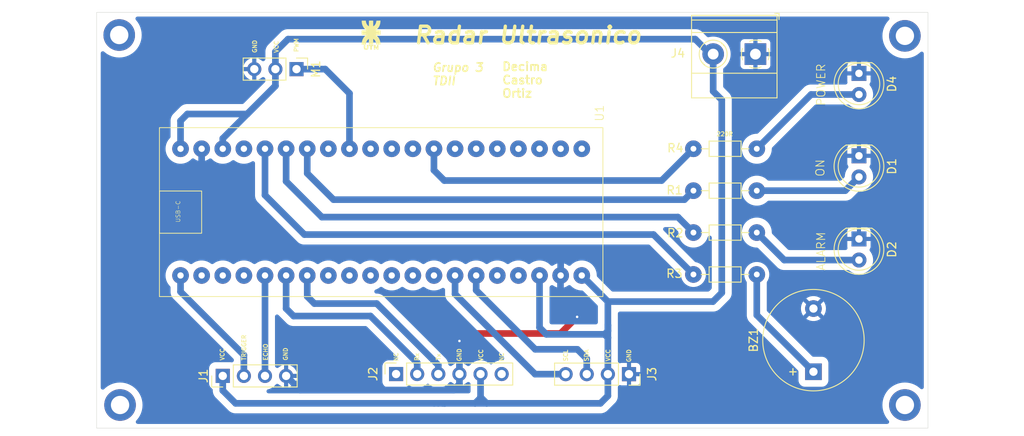
<source format=kicad_pcb>
(kicad_pcb (version 20240108) (generator "pcbnew") (generator_version "8.0")
  (title_block (title "Radar Ultrasonico") (date "2025-02-25") (rev "V1.0") (company "Decima Enrique Emanuel, Castro Oscar Martin, Ortiz Nicolas Agustin"))
  (layers (0 "F.Cu" signal) (31 "B.Cu" signal) (34 "B.Paste" user) (35 "F.Paste" user) (36 "B.SilkS" user "B.Silkscreen") (37 "F.SilkS" user "F.Silkscreen") (38 "B.Mask" user) (39 "F.Mask" user) (44 "Edge.Cuts" user))
  (net 0 "")
  (net 1 "GND")
  (net 2 "Net-(D1-A)")
  (net 3 "Net-(D2-A)")
  (net 4 "Net-(D4-A)")
  (net 5 "+5V")
  (net 6 "/Trigger")
  (net 7 "/Echo")
  (net 9 "/Rx")
  (net 10 "/Tx")
  (net 12 "/SCL")
  (net 13 "/SDA")
  (net 14 "/PWM")
  (net 15 "/LED_ON")
  (net 16 "/LED_ALARM")
  (net 17 "/LED_PWR")
  (net 41 "Net-(BZ1-+)")
  (net 42 "/BUZZER")
  (footprint "Connector_PinSocket_2.54mm:PinSocket_1x04_P2.54mm_Vertical" (layer "F.Cu") (at 111.74 79.888332 -90)
    (property "Reference" "J3" (at 0 -2.77 90) (layer "F.SilkS"))
    (property "Value" "LCD I2C")
    (fp_line (start -1.33 8.95) (end 1.33 8.95) (stroke (width 0.12)) (layer "F.SilkS"))
    (fp_line (start -1.33 1.27) (end -1.33 8.95) (stroke (width 0.12)) (layer "F.SilkS"))
    (fp_line (start -1.33 1.27) (end 1.33 1.27) (stroke (width 0.12)) (layer "F.SilkS"))
    (fp_line (start 1.33 1.27) (end 1.33 8.95) (stroke (width 0.12)) (layer "F.SilkS"))
    (fp_line (start 0 -1.33) (end 1.33 -1.33) (stroke (width 0.12)) (layer "F.SilkS"))
    (fp_line (start 1.33 -1.33) (end 1.33 0) (stroke (width 0.12)) (layer "F.SilkS"))
    (pad "1" thru_hole rect (at 0 0 270) (size 1.7 1.7) (drill 1) (layers "*.Cu" "*.Mask") (net 1 "GND"))
    (pad "2" thru_hole oval (at 0 2.54 270) (size 1.7 1.7) (drill 1) (layers "*.Cu" "*.Mask") (net 5 "+5V"))
    (pad "3" thru_hole oval (at 0 5.08 270) (size 1.7 1.7) (drill 1) (layers "*.Cu" "*.Mask") (net 13 "/SDA"))
    (pad "4" thru_hole oval (at 0 7.62 270) (size 1.7 1.7) (drill 1) (layers "*.Cu" "*.Mask") (net 12 "/SCL"))
  )
  (footprint "Resistor_THT:R_Axial_DIN0204_L3.6mm_D1.6mm_P7.62mm_Horizontal" (layer "F.Cu") (at 127.11 62.86 180)
    (property "Reference" "R2" (at 9.81 -0.06 0) (layer "F.SilkS"))
    (property "Value" "220")
    (fp_line (start 6.68 0) (end 5.73 0) (stroke (width 0.12)) (layer "F.SilkS"))
    (fp_line (start 5.73 0.92) (end 5.73 -0.92) (stroke (width 0.12)) (layer "F.SilkS"))
    (fp_line (start 5.73 -0.92) (end 1.89 -0.92) (stroke (width 0.12)) (layer "F.SilkS"))
    (fp_line (start 1.89 0.92) (end 5.73 0.92) (stroke (width 0.12)) (layer "F.SilkS"))
    (fp_line (start 1.89 -0.92) (end 1.89 0.92) (stroke (width 0.12)) (layer "F.SilkS"))
    (fp_line (start 0.94 0) (end 1.89 0) (stroke (width 0.12)) (layer "F.SilkS"))
    (pad "1" thru_hole circle (at 0 0 180) (size 2 2) (drill 0.7) (layers "*.Cu" "*.Mask") (net 3 "Net-(D2-A)"))
    (pad "2" thru_hole oval (at 7.62 0 180) (size 2 2) (drill 0.7) (layers "*.Cu" "*.Mask") (net 16 "/LED_ALARM"))
  )
  (footprint "Connector_PinHeader_2.54mm:PinHeader_1x03_P2.54mm_Vertical" (layer "F.Cu") (at 71.75 43.2 -90)
    (property "Reference" "M1" (at 0 -2.33 90) (layer "F.SilkS"))
    (property "Value" "Motor_Servo")
    (fp_line (start -1.33 6.41) (end 1.33 6.41) (stroke (width 0.12)) (layer "F.SilkS"))
    (fp_line (start -1.33 1.27) (end -1.33 6.41) (stroke (width 0.12)) (layer "F.SilkS"))
    (fp_line (start -1.33 1.27) (end 1.33 1.27) (stroke (width 0.12)) (layer "F.SilkS"))
    (fp_line (start 1.33 1.27) (end 1.33 6.41) (stroke (width 0.12)) (layer "F.SilkS"))
    (fp_line (start -1.33 0) (end -1.33 -1.33) (stroke (width 0.12)) (layer "F.SilkS"))
    (fp_line (start -1.33 -1.33) (end 0 -1.33) (stroke (width 0.12)) (layer "F.SilkS"))
    (pad "1" thru_hole rect (at 0 0 270) (size 1.7 1.7) (drill 1) (layers "*.Cu" "*.Mask") (net 14 "/PWM"))
    (pad "2" thru_hole oval (at 0 2.54 270) (size 1.7 1.7) (drill 1) (layers "*.Cu" "*.Mask") (net 5 "+5V"))
    (pad "3" thru_hole oval (at 0 5.08 270) (size 1.7 1.7) (drill 1) (layers "*.Cu" "*.Mask") (net 1 "GND"))
  )
  (footprint "STM32:STM32BlackPill" (layer "F.Cu") (at 83.2 60.4 90)
    (property "Reference" "U1" (at 11.9 25 90) (layer "F.SilkS") (effects (font (thickness 0.1))))
    (property "Value" "~")
    (fp_rect (start -2.54 -27.94) (end 2.54 -22.86) (stroke (width 0.1)) (fill none) (layer "F.SilkS"))
    (fp_rect (start -10.16 -27.94) (end 10.16 25.4) (stroke (width 0.1)) (fill none) (layer "F.SilkS"))
    (fp_text user "USB-C" (at -1.27 -25.4 90) (layer "F.SilkS") (effects (font (size 0.5 0.5) (thickness 0.05)) (justify left bottom)))
    (pad "1" thru_hole circle (at -7.62 -25.4 90) (size 2 2) (drill 0.762) (layers "*.Cu" "*.Mask") (net 6 "/Trigger"))
    (pad "2" thru_hole circle (at -7.62 -22.86 90) (size 2 2) (drill 0.762) (layers "*.Cu" "*.Mask"))
    (pad "3" thru_hole circle (at -7.62 -20.32 90) (size 2 2) (drill 0.762) (layers "*.Cu" "*.Mask"))
    (pad "4" thru_hole circle (at -7.62 -17.78 90) (size 2 2) (drill 0.762) (layers "*.Cu" "*.Mask"))
    (pad "5" thru_hole circle (at -7.62 -15.24 90) (size 2 2) (drill 0.762) (layers "*.Cu" "*.Mask") (net 7 "/Echo"))
    (pad "6" thru_hole circle (at -7.62 -12.7 90) (size 2 2) (drill 0.762) (layers "*.Cu" "*.Mask") (net 10 "/Tx"))
    (pad "7" thru_hole circle (at -7.62 -10.16 90) (size 2 2) (drill 0.762) (layers "*.Cu" "*.Mask") (net 9 "/Rx"))
    (pad "8" thru_hole circle (at -7.62 -7.62 90) (size 2 2) (drill 0.762) (layers "*.Cu" "*.Mask"))
    (pad "9" thru_hole circle (at -7.62 -5.08 90) (size 2 2) (drill 0.762) (layers "*.Cu" "*.Mask"))
    (pad "10" thru_hole circle (at -7.62 -2.54 90) (size 2 2) (drill 0.762) (layers "*.Cu" "*.Mask"))
    (pad "11" thru_hole circle (at -7.62 0 90) (size 2 2) (drill 0.762) (layers "*.Cu" "*.Mask"))
    (pad "12" thru_hole circle (at -7.62 2.54 90) (size 2 2) (drill 0.762) (layers "*.Cu" "*.Mask"))
    (pad "13" thru_hole circle (at -7.62 5.08 90) (size 2 2) (drill 0.762) (layers "*.Cu" "*.Mask"))
    (pad "14" thru_hole circle (at -7.62 7.62 90) (size 2 2) (drill 0.762) (layers "*.Cu" "*.Mask") (net 12 "/SCL"))
    (pad "15" thru_hole circle (at -7.62 10.16 90) (size 2 2) (drill 0.762) (layers "*.Cu" "*.Mask") (net 13 "/SDA"))
    (pad "16" thru_hole circle (at -7.62 12.7 90) (size 2 2) (drill 0.762) (layers "*.Cu" "*.Mask"))
    (pad "17" thru_hole circle (at -7.62 15.24 90) (size 2 2) (drill 0.762) (layers "*.Cu" "*.Mask"))
    (pad "18" thru_hole circle (at -7.62 17.78 90) (size 2 2) (drill 0.762) (layers "*.Cu" "*.Mask") (net 5 "+5V"))
    (pad "19" thru_hole circle (at -7.62 20.32 90) (size 2 2) (drill 0.762) (layers "*.Cu" "*.Mask") (net 1 "GND"))
    (pad "20" thru_hole circle (at -7.62 22.86 90) (size 2 2) (drill 0.762) (layers "*.Cu" "*.Mask") (net 5 "+5V"))
    (pad "21" thru_hole circle (at 7.62 22.86 90) (size 2 2) (drill 0.762) (layers "*.Cu" "*.Mask"))
    (pad "22" thru_hole circle (at 7.62 20.32 90) (size 2 2) (drill 0.762) (layers "*.Cu" "*.Mask"))
    (pad "23" thru_hole circle (at 7.62 17.78 90) (size 2 2) (drill 0.762) (layers "*.Cu" "*.Mask"))
    (pad "24" thru_hole circle (at 7.62 15.24 90) (size 2 2) (drill 0.762) (layers "*.Cu" "*.Mask"))
    (pad "25" thru_hole circle (at 7.62 12.7 90) (size 2 2) (drill 0.762) (layers "*.Cu" "*.Mask"))
    (pad "26" thru_hole circle (at 7.62 10.16 90) (size 2 2) (drill 0.762) (layers "*.Cu" "*.Mask"))
    (pad "27" thru_hole circle (at 7.62 7.62 90) (size 2 2) (drill 0.762) (layers "*.Cu" "*.Mask"))
    (pad "28" thru_hole circle (at 7.62 5.08 90) (size 2 2) (drill 0.762) (layers "*.Cu" "*.Mask") (net 17 "/LED_PWR"))
    (pad "29" thru_hole circle (at 7.62 2.54 90) (size 2 2) (drill 0.762) (layers "*.Cu" "*.Mask"))
    (pad "30" thru_hole circle (at 7.62 0 90) (size 2 2) (drill 0.762) (layers "*.Cu" "*.Mask"))
    (pad "31" thru_hole circle (at 7.62 -2.54 90) (size 2 2) (drill 0.762) (layers "*.Cu" "*.Mask"))
    (pad "32" thru_hole circle (at 7.62 -5.08 90) (size 2 2) (drill 0.762) (layers "*.Cu" "*.Mask") (net 14 "/PWM"))
    (pad "33" thru_hole circle (at 7.62 -7.62 90) (size 2 2) (drill 0.762) (layers "*.Cu" "*.Mask"))
    (pad "34" thru_hole circle (at 7.62 -10.16 90) (size 2 2) (drill 0.762) (layers "*.Cu" "*.Mask") (net 15 "/LED_ON"))
    (pad "35" thru_hole circle (at 7.62 -12.7 90) (size 2 2) (drill 0.762) (layers "*.Cu" "*.Mask") (net 16 "/LED_ALARM"))
    (pad "36" thru_hole circle (at 7.62 -15.24 90) (size 2 2) (drill 0.762) (layers "*.Cu" "*.Mask") (net 42 "/BUZZER"))
    (pad "37" thru_hole circle (at 7.62 -17.78 90) (size 2 2) (drill 0.762) (layers "*.Cu" "*.Mask"))
    (pad "38" thru_hole circle (at 7.62 -20.32 90) (size 2 2) (drill 0.762) (layers "*.Cu" "*.Mask") (net 5 "+5V"))
    (pad "39" thru_hole circle (at 7.62 -22.86 90) (size 2 2) (drill 0.762) (layers "*.Cu" "*.Mask") (net 1 "GND"))
    (pad "40" thru_hole circle (at 7.62 -25.4 90) (size 2 2) (drill 0.762) (layers "*.Cu" "*.Mask") (net 5 "+5V"))
  )
  (footprint "Resistor_THT:R_Axial_DIN0204_L3.6mm_D1.6mm_P7.62mm_Horizontal" (layer "F.Cu") (at 127.11 52.78 180)
    (property "Reference" "R4" (at 9.795 0.08 0) (layer "F.SilkS"))
    (property "Value" "220")
    (fp_line (start 6.68 0) (end 5.73 0) (stroke (width 0.12)) (layer "F.SilkS"))
    (fp_line (start 5.73 0.92) (end 5.73 -0.92) (stroke (width 0.12)) (layer "F.SilkS"))
    (fp_line (start 5.73 -0.92) (end 1.89 -0.92) (stroke (width 0.12)) (layer "F.SilkS"))
    (fp_line (start 1.89 0.92) (end 5.73 0.92) (stroke (width 0.12)) (layer "F.SilkS"))
    (fp_line (start 1.89 -0.92) (end 1.89 0.92) (stroke (width 0.12)) (layer "F.SilkS"))
    (fp_line (start 0.94 0) (end 1.89 0) (stroke (width 0.12)) (layer "F.SilkS"))
    (pad "1" thru_hole circle (at 0 0 180) (size 2 2) (drill 0.7) (layers "*.Cu" "*.Mask") (net 4 "Net-(D4-A)"))
    (pad "2" thru_hole oval (at 7.62 0 180) (size 2 2) (drill 0.7) (layers "*.Cu" "*.Mask") (net 17 "/LED_PWR"))
  )
  (footprint "LED_THT:LED_D5.0mm" (layer "F.Cu") (at 139.4 43.713332 -90)
    (property "Reference" "D4" (at 1.27 -3.96 90) (layer "F.SilkS"))
    (property "Value" "LED")
    (fp_line (start -1.29 -1.545) (end -1.29 1.545) (stroke (width 0.12)) (layer "F.SilkS"))
    (fp_arc (start 4.26 -0.000462) (mid 2.072002 2.880433) (end -1.29 1.54483) (stroke (width 0.12)) (layer "F.SilkS"))
    (fp_arc (start -1.29 -1.54483) (mid 2.072002 -2.880433) (end 4.26 0.000462) (stroke (width 0.12)) (layer "F.SilkS"))
    (fp_circle (center 1.27 0) (end 3.77 0) (stroke (width 0.12)) (fill none) (layer "F.SilkS"))
    (pad "1" thru_hole rect (at 0 0 270) (size 1.8 1.8) (drill 0.9) (layers "*.Cu" "*.Mask") (net 1 "GND"))
    (pad "2" thru_hole circle (at 2.54 0 270) (size 1.8 1.8) (drill 0.9) (layers "*.Cu" "*.Mask") (net 4 "Net-(D4-A)"))
  )
  (footprint "LED_THT:LED_D5.0mm" (layer "F.Cu") (at 139.4 63.625 -90)
    (property "Reference" "D2" (at 1.27 -3.96 90) (layer "F.SilkS"))
    (property "Value" "LED")
    (fp_line (start -1.29 -1.545) (end -1.29 1.545) (stroke (width 0.12)) (layer "F.SilkS"))
    (fp_arc (start 4.26 -0.000462) (mid 2.072002 2.880433) (end -1.29 1.54483) (stroke (width 0.12)) (layer "F.SilkS"))
    (fp_arc (start -1.29 -1.54483) (mid 2.072002 -2.880433) (end 4.26 0.000462) (stroke (width 0.12)) (layer "F.SilkS"))
    (fp_circle (center 1.27 0) (end 3.77 0) (stroke (width 0.12)) (fill none) (layer "F.SilkS"))
    (pad "1" thru_hole rect (at 0 0 270) (size 1.8 1.8) (drill 0.9) (layers "*.Cu" "*.Mask") (net 1 "GND"))
    (pad "2" thru_hole circle (at 2.54 0 270) (size 1.8 1.8) (drill 0.9) (layers "*.Cu" "*.Mask") (net 3 "Net-(D2-A)"))
  )
  (footprint "TerminalBlock_Phoenix:TerminalBlock_Phoenix_MKDS-1,5-2-5.08_1x02_P5.08mm_Horizontal" (layer "F.Cu") (at 126.945 41.395 180)
    (property "Reference" "J4" (at 9.32 0.095 0) (layer "F.SilkS"))
    (property "Value" "POWER")
    (fp_line (start 7.68 -5.261) (end 7.68 4.66) (stroke (width 0.12)) (layer "F.SilkS"))
    (fp_line (start 6.355 -1.069) (end 6.308 -1.023) (stroke (width 0.12)) (layer "F.SilkS"))
    (fp_line (start 6.15 -1.275) (end 6.115 -1.239) (stroke (width 0.12)) (layer "F.SilkS"))
    (fp_line (start 4.046 1.239) (end 4.011 1.274) (stroke (width 0.12)) (layer "F.SilkS"))
    (fp_line (start 3.853 1.023) (end 3.806 1.069) (stroke (width 0.12)) (layer "F.SilkS"))
    (fp_line (start -2.6 4.66) (end 7.68 4.66) (stroke (width 0.12)) (layer "F.SilkS"))
    (fp_line (start -2.6 4.1) (end 7.68 4.1) (stroke (width 0.12)) (layer "F.SilkS"))
    (fp_line (start -2.6 2.6) (end 7.68 2.6) (stroke (width 0.12)) (layer "F.SilkS"))
    (fp_line (start -2.6 -2.301) (end 7.68 -2.301) (stroke (width 0.12)) (layer "F.SilkS"))
    (fp_line (start -2.6 -5.261) (end 7.68 -5.261) (stroke (width 0.12)) (layer "F.SilkS"))
    (fp_line (start -2.6 -5.261) (end -2.6 4.66) (stroke (width 0.12)) (layer "F.SilkS"))
    (fp_line (start -2.84 4.9) (end -2.34 4.9) (stroke (width 0.12)) (layer "F.SilkS"))
    (fp_line (start -2.84 4.16) (end -2.84 4.9) (stroke (width 0.12)) (layer "F.SilkS"))
    (fp_arc (start 1.535427 -0.683042) (mid 1.680501 0.000524) (end 1.535 0.684) (stroke (width 0.12)) (layer "F.SilkS"))
    (fp_arc (start 0.683318 1.534756) (mid 0.349292 1.643288) (end 0 1.68) (stroke (width 0.12)) (layer "F.SilkS"))
    (fp_arc (start 0.028805 1.680253) (mid -0.335551 1.646659) (end -0.684 1.535) (stroke (width 0.12)) (layer "F.SilkS"))
    (fp_arc (start -0.683042 -1.535427) (mid 0.000524 -1.680501) (end 0.684 -1.535) (stroke (width 0.12)) (layer "F.SilkS"))
    (fp_arc (start -1.535427 0.683042) (mid -1.680501 -0.000524) (end -1.535 -0.684) (stroke (width 0.12)) (layer "F.SilkS"))
    (fp_circle (center 5.08 0) (end 6.76 0) (stroke (width 0.12)) (fill none) (layer "F.SilkS"))
    (pad "1" thru_hole rect (at 0 0 180) (size 2.6 2.6) (drill 1.3) (layers "*.Cu" "*.Mask") (net 1 "GND"))
    (pad "2" thru_hole circle (at 5.08 0 180) (size 2.6 2.6) (drill 1.3) (layers "*.Cu" "*.Mask") (net 5 "+5V"))
  )
  (footprint "Resistor_THT:R_Axial_DIN0204_L3.6mm_D1.6mm_P7.62mm_Horizontal" (layer "F.Cu") (at 127.11 57.82 180)
    (property "Reference" "R1" (at 9.885 0.06 0) (layer "F.SilkS"))
    (property "Value" "220")
    (fp_line (start 6.68 0) (end 5.73 0) (stroke (width 0.12)) (layer "F.SilkS"))
    (fp_line (start 5.73 0.92) (end 5.73 -0.92) (stroke (width 0.12)) (layer "F.SilkS"))
    (fp_line (start 5.73 -0.92) (end 1.89 -0.92) (stroke (width 0.12)) (layer "F.SilkS"))
    (fp_line (start 1.89 0.92) (end 5.73 0.92) (stroke (width 0.12)) (layer "F.SilkS"))
    (fp_line (start 1.89 -0.92) (end 1.89 0.92) (stroke (width 0.12)) (layer "F.SilkS"))
    (fp_line (start 0.94 0) (end 1.89 0) (stroke (width 0.12)) (layer "F.SilkS"))
    (pad "1" thru_hole circle (at 0 0 180) (size 2 2) (drill 0.7) (layers "*.Cu" "*.Mask") (net 2 "Net-(D1-A)"))
    (pad "2" thru_hole oval (at 7.62 0 180) (size 2 2) (drill 0.7) (layers "*.Cu" "*.Mask") (net 15 "/LED_ON"))
  )
  (footprint "Connector_PinHeader_2.54mm:PinHeader_1x04_P2.54mm_Vertical" (layer "F.Cu") (at 62.88 80.1 90)
    (property "Reference" "J1" (at 0 -2.33 90) (layer "F.SilkS"))
    (property "Value" "HCSR04")
    (fp_line (start -1.33 -1.33) (end 0 -1.33) (stroke (width 0.12)) (layer "F.SilkS"))
    (fp_line (start -1.33 0) (end -1.33 -1.33) (stroke (width 0.12)) (layer "F.SilkS"))
    (fp_line (start 1.33 1.27) (end 1.33 8.95) (stroke (width 0.12)) (layer "F.SilkS"))
    (fp_line (start -1.33 1.27) (end 1.33 1.27) (stroke (width 0.12)) (layer "F.SilkS"))
    (fp_line (start -1.33 1.27) (end -1.33 8.95) (stroke (width 0.12)) (layer "F.SilkS"))
    (fp_line (start -1.33 8.95) (end 1.33 8.95) (stroke (width 0.12)) (layer "F.SilkS"))
    (pad "1" thru_hole rect (at 0 0 90) (size 1.7 1.7) (drill 1) (layers "*.Cu" "*.Mask") (net 5 "+5V"))
    (pad "2" thru_hole oval (at 0 2.54 90) (size 1.7 1.7) (drill 1) (layers "*.Cu" "*.Mask") (net 6 "/Trigger"))
    (pad "3" thru_hole oval (at 0 5.08 90) (size 1.7 1.7) (drill 1) (layers "*.Cu" "*.Mask") (net 7 "/Echo"))
    (pad "4" thru_hole oval (at 0 7.62 90) (size 1.7 1.7) (drill 1) (layers "*.Cu" "*.Mask") (net 1 "GND"))
  )
  (footprint "MountingHole:MountingHole_2.2mm_M2_DIN965_Pad" (layer "F.Cu") (at 50.425 39.1)
    (property "Reference" "REF**" (hide yes))
    (property "Value" "MountingHole_2.2mm_M2_DIN965_Pad")
    (pad "1" thru_hole circle (at 0 0) (size 3.8 3.8) (drill 2.2) (layers "*.Cu" "*.Mask"))
  )
  (footprint "Connector_PinSocket_2.54mm:PinSocket_1x06_P2.54mm_Vertical" (layer "F.Cu") (at 83.725 79.875 90)
    (property "Reference" "J2" (at 0 -2.77 90) (layer "F.SilkS"))
    (property "Value" "HC05")
    (fp_line (start 1.33 -1.33) (end 1.33 0) (stroke (width 0.12)) (layer "F.SilkS"))
    (fp_line (start 0 -1.33) (end 1.33 -1.33) (stroke (width 0.12)) (layer "F.SilkS"))
    (fp_line (start 1.33 1.27) (end 1.33 14.03) (stroke (width 0.12)) (layer "F.SilkS"))
    (fp_line (start -1.33 1.27) (end 1.33 1.27) (stroke (width 0.12)) (layer "F.SilkS"))
    (fp_line (start -1.33 1.27) (end -1.33 14.03) (stroke (width 0.12)) (layer "F.SilkS"))
    (fp_line (start -1.33 14.03) (end 1.33 14.03) (stroke (width 0.12)) (layer "F.SilkS"))
    (pad "1" thru_hole rect (at 0 0 90) (size 1.7 1.7) (drill 1) (layers "*.Cu" "*.Mask"))
    (pad "2" thru_hole oval (at 0 2.54 90) (size 1.7 1.7) (drill 1) (layers "*.Cu" "*.Mask") (net 10 "/Tx"))
    (pad "3" thru_hole oval (at 0 5.08 90) (size 1.7 1.7) (drill 1) (layers "*.Cu" "*.Mask") (net 9 "/Rx"))
    (pad "4" thru_hole oval (at 0 7.62 90) (size 1.7 1.7) (drill 1) (layers "*.Cu" "*.Mask") (net 1 "GND"))
    (pad "5" thru_hole oval (at 0 10.16 90) (size 1.7 1.7) (drill 1) (layers "*.Cu" "*.Mask") (net 5 "+5V"))
    (pad "6" thru_hole oval (at 0 12.7 90) (size 1.7 1.7) (drill 1) (layers "*.Cu" "*.Mask"))
  )
  (footprint "Buzzer_Beeper:Buzzer_12x9.5RM7.6" (layer "F.Cu") (at 133.925 79.6 90)
    (property "Reference" "BZ1" (at 3.8 -7.2 90) (layer "F.SilkS"))
    (property "Value" "Buzzer")
    (fp_circle (center 3.8 0) (end 9.9 0) (stroke (width 0.12)) (fill none) (layer "F.SilkS"))
    (fp_text user "+" (at -0.01 -2.54 90) (layer "F.SilkS"))
    (pad "1" thru_hole rect (at 0 0 90) (size 2 2) (drill 1) (layers "*.Cu" "*.Mask") (net 41 "Net-(BZ1-+)"))
    (pad "2" thru_hole circle (at 7.6 0 90) (size 2 2) (drill 1) (layers "*.Cu" "*.Mask") (net 1 "GND"))
  )
  (footprint "Resistor_THT:R_Axial_DIN0204_L3.6mm_D1.6mm_P7.62mm_Horizontal" (layer "F.Cu") (at 127.11 67.9 180)
    (property "Reference" "R3" (at 9.91 0.1 0) (layer "F.SilkS"))
    (property "Value" "220")
    (fp_line (start 6.68 0) (end 5.73 0) (stroke (width 0.12)) (layer "F.SilkS"))
    (fp_line (start 5.73 0.92) (end 5.73 -0.92) (stroke (width 0.12)) (layer "F.SilkS"))
    (fp_line (start 5.73 -0.92) (end 1.89 -0.92) (stroke (width 0.12)) (layer "F.SilkS"))
    (fp_line (start 1.89 0.92) (end 5.73 0.92) (stroke (width 0.12)) (layer "F.SilkS"))
    (fp_line (start 1.89 -0.92) (end 1.89 0.92) (stroke (width 0.12)) (layer "F.SilkS"))
    (fp_line (start 0.94 0) (end 1.89 0) (stroke (width 0.12)) (layer "F.SilkS"))
    (pad "1" thru_hole circle (at 0 0 180) (size 2 2) (drill 0.7) (layers "*.Cu" "*.Mask") (net 41 "Net-(BZ1-+)"))
    (pad "2" thru_hole oval (at 7.62 0 180) (size 2 2) (drill 0.7) (layers "*.Cu" "*.Mask") (net 42 "/BUZZER"))
  )
  (footprint "MountingHole:MountingHole_2.2mm_M2_DIN965_Pad" (layer "F.Cu") (at 50.525 83.6)
    (property "Reference" "REF**" (hide yes))
    (property "Value" "MountingHole_2.2mm_M2_DIN965_Pad")
    (pad "1" thru_hole circle (at 0 0) (size 3.8 3.8) (drill 2.2) (layers "*.Cu" "*.Mask"))
  )
  (footprint "MountingHole:MountingHole_2.2mm_M2_DIN965_Pad" (layer "F.Cu") (at 144.925 39.2)
    (property "Reference" "REF**" (hide yes))
    (property "Value" "MountingHole_2.2mm_M2_DIN965_Pad")
    (pad "1" thru_hole circle (at 0 0) (size 3.8 3.8) (drill 2.2) (layers "*.Cu" "*.Mask"))
  )
  (footprint "MountingHole:MountingHole_2.2mm_M2_DIN965_Pad" (layer "F.Cu") (at 144.925 83.6)
    (property "Reference" "REF**" (hide yes))
    (property "Value" "MountingHole_2.2mm_M2_DIN965_Pad")
    (pad "1" thru_hole circle (at 0 0) (size 3.8 3.8) (drill 2.2) (layers "*.Cu" "*.Mask"))
  )
  (footprint "Logo Image:logoUTN" (layer "F.Cu") (at 80.7 39)
    (property "Reference" "G***" (hide yes))
    (property "Value" "LOGO" (hide yes))
    (fp_poly (pts (xy 0.287125 1.36641) (xy 0.291543 1.435274) (xy 0.214636 1.435496) (xy 0.168491 1.43751) (xy 0.134038 1.442423) (xy 0.123231 1.44637) (xy 0.117567 1.464625) (xy 0.113063 1.507374) (xy 0.110023 1.570128) (xy 0.108753 1.648396) (xy 0.108733 1.659989) (xy 0.108733 1.862957) (xy 0.02842 1.867214) (xy -0.017648 1.867841) (xy -0.051255 1.864948) (xy -0.062191 1.861173) (xy -0.06587 1.843704) (xy -0.068968 1.802712) (xy -0.071227 1.743667) (xy -0.072389 1.67204) (xy -0.072488 1.643075) (xy -0.072488 1.435274) (xy -0.160269 1.435274) (xy -0.24805 1.435274) (xy -0.243631 1.36641) (xy -0.239212 1.297546) (xy 0.021747 1.297546) (xy 0.282706 1.297546)) (fill solid) (layer "F.SilkS"))
    (fp_poly (pts (xy 0.898859 1.579528) (xy 0.898859 1.870206) (xy 0.815497 1.869689) (xy 0.732135 1.869172) (xy 0.630651 1.721087) (xy 0.529167 1.573003) (xy 0.525035 1.721604) (xy 0.520904 1.870206) (xy 0.441218 1.870206) (xy 0.387227 1.866722) (xy 0.358201 1.856632) (xy 0.3544 1.851617) (xy 0.352339 1.831757) (xy 0.350943 1.787849) (xy 0.350266 1.724838) (xy 0.350364 1.647666) (xy 0.351231 1.565287) (xy 0.355194 1.297546) (xy 0.435761 1.293282) (xy 0.516328 1.289017) (xy 0.616983 1.440981) (xy 0.655703 1.498627) (xy 0.688801 1.54638) (xy 0.712991 1.579605) (xy 0.724985 1.59367) (xy 0.72541 1.593847) (xy 0.728587 1.580753) (xy 0.73103 1.544679) (xy 0.732445 1.491639) (xy 0.732659 1.446148) (xy 0.732135 1.297546) (xy 0.815497 1.293198) (xy 0.898859 1.28885)) (fill solid) (layer "F.SilkS"))
    (fp_poly (pts (xy -0.30477 1.488949) (xy -0.30562 1.575445) (xy -0.308272 1.638938) (xy -0.313351 1.685396) (xy -0.321487 1.720787) (xy -0.332054 1.748359) (xy -0.374725 1.808968) (xy -0.437646 1.85114) (xy -0.51779 1.873733) (xy -0.612133 1.875604) (xy -0.654257 1.870108) (xy -0.718808 1.855094) (xy -0.764359 1.832808) (xy -0.800857 1.797632) (xy -0.814488 1.779625) (xy -0.827515 1.759324) (xy -0.836866 1.73729) (xy -0.8433 1.708228) (xy -0.847578 1.666845) (xy -0.850462 1.607848) (xy -0.852713 1.525941) (xy -0.853042 1.511387) (xy -0.857967 1.290297) (xy -0.76968 1.290297) (xy -0.681392 1.290297) (xy -0.681392 1.470575) (xy -0.680291 1.543413) (xy -0.677291 1.608596) (xy -0.672851 1.65902) (xy -0.667428 1.687581) (xy -0.667407 1.687636) (xy -0.643147 1.718599) (xy -0.605305 1.735467) (xy -0.563038 1.737981) (xy -0.525501 1.725881) (xy -0.501849 1.698908) (xy -0.499756 1.692388) (xy -0.496395 1.665757) (xy -0.493192 1.617008) (xy -0.490506 1.553018) (xy -0.488694 1.480664) (xy -0.488662 1.478768) (xy -0.485673 1.297546) (xy -0.395063 1.29323) (xy -0.304452 1.288914)) (fill solid) (layer "F.SilkS"))
    (fp_poly (pts (xy 1.141255 -1.483005) (xy 1.11736 -1.287577) (xy 1.067189 -1.101541) (xy 0.99156 -0.927376) (xy 0.91645 -0.802856) (xy 0.865182 -0.736531) (xy 0.800083 -0.664347) (xy 0.729176 -0.594344) (xy 0.660481 -0.534566) (xy 0.616412 -0.502053) (xy 0.55868 -0.463927) (xy 0.859249 -0.463927) (xy 1.159818 -0.463927) (xy 1.159818 -0.195719) (xy 1.159818 0.072489) (xy 0.86102 0.072489) (xy 0.562221 0.072489) (xy 0.647178 0.13549) (xy 0.785574 0.25583) (xy 0.903123 0.395214) (xy 0.998676 0.551407) (xy 1.071087 0.722177) (xy 1.119209 0.905291) (xy 1.141879 1.098202) (xy 1.149121 1.246804) (xy 0.903358 1.246804) (xy 0.657596 1.246804) (xy 0.640744 1.138405) (xy 0.607217 0.98829) (xy 0.556862 0.859182) (xy 0.522269 0.797921) (xy 0.493679 0.759019) (xy 0.454758 0.713396) (xy 0.410715 0.666291) (xy 0.366764 0.622946) (xy 0.328118 0.588602) (xy 0.299987 0.5685) (xy 0.291031 0.565411) (xy 0.285418 0.577948) (xy 0.281092 0.616103) (xy 0.278016 0.680695) (xy 0.276152 0.772541) (xy 0.275463 0.89246) (xy 0.275457 0.906108) (xy 0.275457 1.246804) (xy 0.014498 1.246804) (xy -0.246461 1.246804) (xy -0.246461 0.906108) (xy -0.247061 0.789824) (xy -0.248817 0.696039) (xy -0.251663 0.626339) (xy -0.25553 0.582308) (xy -0.260353 0.56553) (xy -0.260835 0.565411) (xy -0.281247 0.576001) (xy -0.314572 0.604298) (xy -0.355963 0.64509) (xy -0.400569 0.693168) (xy -0.443541 0.743321) (xy -0.480029 0.790339) (xy -0.503717 0.82637) (xy -0.537497 0.897146) (xy -0.567865 0.980717) (xy -0.591762 1.066653) (xy -0.606126 1.144525) (xy -0.608904 1.184897) (xy -0.608904 1.246804) (xy -0.864694 1.246804) (xy -1.120484 1.246804) (xy -1.110454 1.113941) (xy -1.083363 0.912542) (xy -1.034053 0.72511) (xy -0.963411 0.553432) (xy -0.872325 0.399293) (xy -0.761682 0.264479) (xy -0.632368 0.150776) (xy -0.631675 0.150263) (xy -0.536363 0.079738) (xy -0.826343 0.075813) (xy -1.116324 0.071889) (xy -1.116324 -0.196019) (xy -1.116324 -0.463927) (xy -0.824775 -0.463927) (xy -0.533225 -0.463927) (xy -0.619303 -0.527293) (xy -0.747667 -0.639286) (xy -0.859488 -0.772466) (xy -0.95286 -0.922992) (xy -1.025878 -1.087022) (xy -1.076636 -1.260714) (xy -1.103229 -1.440228) (xy -1.106615 -1.509794) (xy -1.109075 -1.629271) (xy -0.862614 -1.630132) (xy -0.616153 -1.630993) (xy -0.606009 -1.539023) (xy -0.576151 -1.391131) (xy -0.521362 -1.25295) (xy -0.443744 -1.128677) (xy -0.348988 -1.025713) (xy -0.309447 -0.991691) (xy -0.277668 -0.967079) (xy -0.260157 -0.956892) (xy -0.259658 -0.956849) (xy -0.255914 -0.970675) (xy -0.252275 -1.009471) (xy -0.248939 -1.069208) (xy -0.246105 -1.145861) (xy -0.243968 -1.235402) (xy -0.243104 -1.293708) (xy -0.239212 -1.630567) (xy -0.057991 -1.63553) (xy 0.020076 -1.636721) (xy 0.095444 -1.636213) (xy 0.159096 -1.634163) (xy 0.199344 -1.631075) (xy 0.275457 -1.621657) (xy 0.275457 -1.289253) (xy 0.275969 -1.194569) (xy 0.277406 -1.110382) (xy 0.279618 -1.040745) (xy 0.282453 -0.989711) (xy 0.285762 -0.961333) (xy 0.287779 -0.956849) (xy 0.313644 -0.967118) (xy 0.351806 -0.994344) (xy 0.396065 -1.033154) (xy 0.440221 -1.078178) (xy 0.473147 -1.117458) (xy 0.529652 -1.198152) (xy 0.572248 -1.276524) (xy 0.604465 -1.361205) (xy 0.629831 -1.460824) (xy 0.643805 -1.534675) (xy 0.659646 -1.626827) (xy 0.904565 -1.633148) (xy 1.149484 -1.639469)) (fill solid) (layer "F.SilkS"))
  )
  (footprint "LED_THT:LED_D5.0mm" (layer "F.Cu") (at 139.4 53.625 -90)
    (property "Reference" "D1" (at 1.27 -3.96 90) (layer "F.SilkS"))
    (property "Value" "LED")
    (fp_line (start -1.29 -1.545) (end -1.29 1.545) (stroke (width 0.12)) (layer "F.SilkS"))
    (fp_arc (start 4.26 -0.000462) (mid 2.072002 2.880433) (end -1.29 1.54483) (stroke (width 0.12)) (layer "F.SilkS"))
    (fp_arc (start -1.29 -1.54483) (mid 2.072002 -2.880433) (end 4.26 0.000462) (stroke (width 0.12)) (layer "F.SilkS"))
    (fp_circle (center 1.27 0) (end 3.77 0) (stroke (width 0.12)) (fill none) (layer "F.SilkS"))
    (pad "1" thru_hole rect (at 0 0 270) (size 1.8 1.8) (drill 0.9) (layers "*.Cu" "*.Mask") (net 1 "GND"))
    (pad "2" thru_hole circle (at 2.54 0 270) (size 1.8 1.8) (drill 0.9) (layers "*.Cu" "*.Mask") (net 2 "Net-(D1-A)"))
  )
  (gr_rect (start 47.7 36.38) (end 147.7 86.38) (stroke (width 0.05)) (fill none) (layer "Edge.Cuts"))
  (gr_text "VCC" (at 63.125 78.3 90) (layer "F.SilkS") (effects (font (size 0.5 0.5) (thickness 0.1)) (justify left bottom)))
  (gr_text "POWER" (at 135.425 47.7 90) (layer "F.SilkS") (effects (font (size 1 1) (thickness 0.1)) (justify left bottom)))
  (gr_text "Decima\nCastro\nOrtiz" (at 96.4 46.7 0) (layer "F.SilkS") (effects (font (size 1 1) (thickness 0.2) (bold yes)) (justify left bottom)))
  (gr_text "VCC" (at 69.625 41.3 90) (layer "F.SilkS") (effects (font (size 0.5 0.5) (thickness 0.1)) (justify left bottom)))
  (gr_text "Radar Ultrasonico" (at 85.7 40.3 0) (layer "F.SilkS") (effects (font (size 2 2) (thickness 0.4) (bold yes) (italic yes)) (justify left bottom)))
  (gr_text "VCC" (at 94.225 78.4 90) (layer "F.SilkS") (effects (font (size 0.5 0.5) (thickness 0.1)) (justify left bottom)))
  (gr_text "Grupo 3\nTDII\n" (at 88 45.2 0) (layer "F.SilkS") (effects (font (size 1 1) (thickness 0.2) (bold yes) (italic yes)) (justify left bottom)))
  (gr_text "GND" (at 91.625 78.4 90) (layer "F.SilkS") (effects (font (size 0.5 0.5) (thickness 0.1)) (justify left bottom)))
  (gr_text "Tx" (at 89.125 78.280952 90) (layer "F.SilkS") (effects (font (size 0.5 0.5) (thickness 0.1)) (justify left bottom)))
  (gr_text "GND" (at 70.725 78.3 90) (layer "F.SilkS") (effects (font (size 0.5 0.5) (thickness 0.1)) (justify left bottom)))
  (gr_text "ALARM" (at 135.425 67.5 90) (layer "F.SilkS") (effects (font (size 1 1) (thickness 0.1)) (justify left bottom)))
  (gr_text "GND" (at 112.025 78.5 90) (layer "F.SilkS") (effects (font (size 0.5 0.5) (thickness 0.1)) (justify left bottom)))
  (gr_text "ECHO" (at 68.325 78.3 90) (layer "F.SilkS") (effects (font (size 0.5 0.5) (thickness 0.1)) (justify left bottom)))
  (gr_text "SCL" (at 104.425 78.4 90) (layer "F.SilkS") (effects (font (size 0.5 0.5) (thickness 0.1)) (justify left bottom)))
  (gr_text "TRIGGER" (at 65.725 78.3 90) (layer "F.SilkS") (effects (font (size 0.5 0.5) (thickness 0.1)) (justify left bottom)))
  (gr_text "220R" (at 122.225 51.3 0) (layer "F.SilkS") (effects (font (size 0.5 0.5) (thickness 0.1)) (justify left bottom)))
  (gr_text "Rx" (at 86.525 78.340476 90) (layer "F.SilkS") (effects (font (size 0.5 0.5) (thickness 0.1)) (justify left bottom)))
  (gr_text "SDA" (at 106.925 78.4 90) (layer "F.SilkS") (effects (font (size 0.5 0.5) (thickness 0.1)) (justify left bottom)))
  (gr_text "GND" (at 67.025 41.3 90) (layer "F.SilkS") (effects (font (size 0.5 0.5) (thickness 0.1)) (justify left bottom)))
  (gr_text "ON" (at 135.325 56.2 90) (layer "F.SilkS") (effects (font (size 1 1) (thickness 0.1)) (justify left bottom)))
  (gr_text "VCC" (at 109.525 78.4 90) (layer "F.SilkS") (effects (font (size 0.5 0.5) (thickness 0.1)) (justify left bottom)))
  (gr_text "NC" (at 84.025 78.4 90) (layer "F.SilkS") (effects (font (size 0.5 0.5) (thickness 0.1)) (justify left bottom)))
  (gr_text "PWM" (at 72.025 41.2 90) (layer "F.SilkS") (effects (font (size 0.5 0.5) (thickness 0.1)) (justify left bottom)))
  (gr_text "NC" (at 96.725 78.4 90) (layer "F.SilkS") (effects (font (size 0.5 0.5) (thickness 0.1)) (justify left bottom)))
  (segment (start 103.5 75) (end 92.245 75) (width 0.8) (layer "F.Cu") (net 1))
  (segment (start 92.245 75) (end 91.345 75.9) (width 0.8) (layer "F.Cu") (net 1))
  (segment (start 105.5 73) (end 103.5 75) (width 0.8) (layer "F.Cu") (net 1))
  (via (at 105.5 73) (size 0.6) (drill 0.3) (layers "F.Cu" "B.Cu") (net 1))
  (via (at 91.345 75.9) (size 0.6) (drill 0.3) (layers "F.Cu" "B.Cu") (net 1))
  (segment (start 91.345 75.9) (end 91.345 79.875) (width 0.8) (layer "B.Cu") (net 1))
  (segment (start 105.5 73) (end 103.5 71) (width 0.8) (layer "B.Cu") (net 1))
  (segment (start 103.5 68.04) (end 103.52 68.02) (width 0.8) (layer "B.Cu") (net 1))
  (segment (start 90.645 81.8) (end 91.345 81.1) (width 0.8) (layer "B.Cu") (net 1))
  (segment (start 72.2 81.8) (end 90.645 81.8) (width 0.8) (layer "B.Cu") (net 1))
  (segment (start 103.52 68.02) (end 103.52 66.095) (width 0.8) (layer "B.Cu") (net 1))
  (segment (start 103.5 71) (end 103.5 68.04) (width 0.8) (layer "B.Cu") (net 1))
  (segment (start 70.5 80.1) (end 72.2 81.8) (width 0.8) (layer "B.Cu") (net 1))
  (segment (start 91.345 81.1) (end 91.345 79.875) (width 0.8) (layer "B.Cu") (net 1))
  (segment (start 60.34 52.78) (end 60.34 55.685) (width 0.8) (layer "B.Cu") (net 1))
  (segment (start 127.11 57.82) (end 137.745 57.82) (width 0.8) (layer "B.Cu") (net 2))
  (segment (start 137.745 57.82) (end 139.4 56.165) (width 0.8) (layer "B.Cu") (net 2))
  (segment (start 126.91 62.94) (end 127.07 63.1) (width 0.8) (layer "B.Cu") (net 3))
  (segment (start 130.415 66.165) (end 139.4 66.165) (width 0.8) (layer "B.Cu") (net 3))
  (segment (start 127.11 62.86) (end 130.415 66.165) (width 0.8) (layer "B.Cu") (net 3))
  (segment (start 133.636668 46.253332) (end 134.725 46.253332) (width 0.8) (layer "B.Cu") (net 4))
  (segment (start 127.11 52.78) (end 133.636668 46.253332) (width 0.8) (layer "B.Cu") (net 4))
  (segment (start 134.725 46.253332) (end 139.4 46.253332) (width 0.8) (layer "B.Cu") (net 4))
  (segment (start 109.2 82.5) (end 109.2 79.888332) (width 0.8) (layer "B.Cu") (net 5))
  (segment (start 109.2 74) (end 109.2 71.16) (width 0.8) (layer "B.Cu") (net 5))
  (segment (start 93.885 82.66) (end 94.625 83.4) (width 0.8) (layer "B.Cu") (net 5))
  (segment (start 121.865 45.865) (end 121.865 41.395) (width 0.8) (layer "B.Cu") (net 5))
  (segment (start 93.885 82.74) (end 93.225 83.4) (width 0.8) (layer "B.Cu") (net 5))
  (segment (start 109.2 79.888332) (end 109.2 75.5) (width 0.8) (layer "B.Cu") (net 5))
  (segment (start 70.73 39.595) (end 119.705 39.595) (width 0.8) (layer "B.Cu") (net 5))
  (segment (start 62.88 52.78) (end 62.88 51.545) (width 0.8) (layer "B.Cu") (net 5))
  (segment (start 62.88 81.855) (end 62.88 80.1) (width 0.8) (layer "B.Cu") (net 5))
  (segment (start 58.625 48.6) (end 65.825 48.6) (width 0.8) (layer "B.Cu") (net 5))
  (segment (start 69.21 45.215) (end 69.21 43.2) (width 0.8) (layer "B.Cu") (net 5))
  (segment (start 121.84 71.16) (end 122.9 70.1) (width 0.8) (layer "B.Cu") (net 5))
  (segment (start 93.225 83.4) (end 94.625 83.4) (width 0.8) (layer "B.Cu") (net 5))
  (segment (start 57.8 49.425) (end 58.625 48.6) (width 0.8) (layer "B.Cu") (net 5))
  (segment (start 108.3 83.4) (end 109.2 82.5) (width 0.8) (layer "B.Cu") (net 5))
  (segment (start 88.8 83.4) (end 89.6 83.4) (width 0.8) (layer "B.Cu") (net 5))
  (segment (start 64.425 83.4) (end 62.88 81.855) (width 0.8) (layer "B.Cu") (net 5))
  (segment (start 106.06 68.02) (end 109.2 71.16) (width 0.8) (layer "B.Cu") (net 5))
  (segment (start 109.2 74.7) (end 108.8 75.1) (width 0.8) (layer "B.Cu") (net 5))
  (segment (start 89.6 83.4) (end 93.225 83.4) (width 0.8) (layer "B.Cu") (net 5))
  (segment (start 88.3 83.4) (end 64.425 83.4) (width 0.8) (layer "B.Cu") (net 5))
  (segment (start 122.9 46.9) (end 122.9 70.1) (width 0.8) (layer "B.Cu") (net 5))
  (segment (start 93.885 82.66) (end 93.885 82.74) (width 0.8) (layer "B.Cu") (net 5))
  (segment (start 121.505 41.395) (end 121.865 41.395) (width 0.8) (layer "B.Cu") (net 5))
  (segment (start 121.84 71.16) (end 109.2 71.16) (width 0.8) (layer "B.Cu") (net 5))
  (segment (start 93.885 79.875) (end 93.885 82.66) (width 0.8) (layer "B.Cu") (net 5))
  (segment (start 94.625 83.4) (end 108.3 83.4) (width 0.8) (layer "B.Cu") (net 5))
  (segment (start 119.705 39.595) (end 121.505 41.395) (width 0.8) (layer "B.Cu") (net 5))
  (segment (start 101.8 75.1) (end 108.8 75.1) (width 0.8) (layer "B.Cu") (net 5))
  (segment (start 88.3 83.4) (end 88.8 83.4) (width 0.8) (layer "B.Cu") (net 5))
  (segment (start 108.8 75.1) (end 109.2 75.5) (width 0.8) (layer "B.Cu") (net 5))
  (segment (start 109.2 75.5) (end 109.2 74) (width 0.8) (layer "B.Cu") (net 5))
  (segment (start 69.21 43.2) (end 69.21 41.115) (width 0.8) (layer "B.Cu") (net 5))
  (segment (start 57.8 52.78) (end 57.8 49.425) (width 0.8) (layer "B.Cu") (net 5))
  (segment (start 65.825 48.6) (end 69.21 45.215) (width 0.8) (layer "B.Cu") (net 5))
  (segment (start 101.8 75.1) (end 100.98 74.28) (width 0.8) (layer "B.Cu") (net 5))
  (segment (start 62.88 51.545) (end 69.21 45.215) (width 0.8) (layer "B.Cu") (net 5))
  (segment (start 121.865 45.865) (end 122.9 46.9) (width 0.8) (layer "B.Cu") (net 5))
  (segment (start 89.3 83.4) (end 89.6 83.4) (width 0.8) (layer "B.Cu") (net 5))
  (segment (start 69.21 41.115) (end 70.73 39.595) (width 0.8) (layer "B.Cu") (net 5))
  (segment (start 100.98 74.28) (end 100.98 68.02) (width 0.8) (layer "B.Cu") (net 5))
  (segment (start 109.2 74) (end 109.2 74.7) (width 0.8) (layer "B.Cu") (net 5))
  (segment (start 65.42 77.595) (end 57.8 69.975) (width 0.8) (layer "B.Cu") (net 6))
  (segment (start 57.8 69.975) (end 57.8 68.02) (width 0.8) (layer "B.Cu") (net 6))
  (segment (start 65.42 80.1) (end 65.42 77.595) (width 0.8) (layer "B.Cu") (net 6))
  (segment (start 67.96 80.1) (end 67.96 68.02) (width 0.8) (layer "B.Cu") (net 7))
  (segment (start 67.94 68.04) (end 67.96 68.02) (width 0.8) (layer "B.Cu") (net 7))
  (segment (start 73.04 70.54) (end 73.9 71.4) (width 0.8) (layer "B.Cu") (net 9))
  (segment (start 73.04 68.02) (end 73.04 70.54) (width 0.8) (layer "B.Cu") (net 9))
  (segment (start 81.4 71.4) (end 88.805 78.805) (width 0.8) (layer "B.Cu") (net 9))
  (segment (start 73.9 71.4) (end 81.4 71.4) (width 0.8) (layer "B.Cu") (net 9))
  (segment (start 88.805 78.805) (end 88.805 79.875) (width 0.8) (layer "B.Cu") (net 9))
  (segment (start 80.65 72.9) (end 86.265 78.515) (width 0.8) (layer "B.Cu") (net 10))
  (segment (start 86.265 78.515) (end 86.265 79.875) (width 0.8) (layer "B.Cu") (net 10))
  (segment (start 70.5 72) (end 71.4 72.9) (width 0.8) (layer "B.Cu") (net 10))
  (segment (start 71.4 72.9) (end 80.65 72.9) (width 0.8) (layer "B.Cu") (net 10))
  (segment (start 70.5 68.02) (end 70.5 72) (width 0.8) (layer "B.Cu") (net 10))
  (segment (start 90.82 70.2575) (end 90.82 68.02) (width 0.8) (layer "B.Cu") (net 12))
  (segment (start 104.12 79.888332) (end 100.450832 79.888332) (width 0.8) (layer "B.Cu") (net 12))
  (segment (start 100.450832 79.888332) (end 90.82 70.2575) (width 0.8) (layer "B.Cu") (net 12))
  (segment (start 93.36 69.7975) (end 100.4625 76.9) (width 0.8) (layer "B.Cu") (net 13))
  (segment (start 93.36 68.02) (end 93.36 69.7975) (width 0.8) (layer "B.Cu") (net 13))
  (segment (start 100.4625 76.9) (end 105.525 76.9) (width 0.8) (layer "B.Cu") (net 13))
  (segment (start 106.66 78.035) (end 106.66 79.888332) (width 0.8) (layer "B.Cu") (net 13))
  (segment (start 105.525 76.9) (end 106.66 78.035) (width 0.8) (layer "B.Cu") (net 13))
  (segment (start 75.2 43.2) (end 78.12 46.12) (width 0.8) (layer "B.Cu") (net 14))
  (segment (start 78.12 46.12) (end 78.12 52.78) (width 0.8) (layer "B.Cu") (net 14))
  (segment (start 71.75 43.2) (end 75.2 43.2) (width 0.8) (layer "B.Cu") (net 14))
  (segment (start 119.49 57.82) (end 118.41 58.9) (width 0.8) (layer "B.Cu") (net 15))
  (segment (start 118.41 58.9) (end 76.2 58.9) (width 0.8) (layer "B.Cu") (net 15))
  (segment (start 76.2 58.9) (end 73.04 55.74) (width 0.8) (layer "B.Cu") (net 15))
  (segment (start 73.04 55.74) (end 73.04 52.78) (width 0.8) (layer "B.Cu") (net 15))
  (segment (start 74.8 61) (end 70.5 56.7) (width 0.8) (layer "B.Cu") (net 16))
  (segment (start 117.63 61) (end 74.8 61) (width 0.8) (layer "B.Cu") (net 16))
  (segment (start 70.5 56.7) (end 70.5 52.78) (width 0.8) (layer "B.Cu") (net 16))
  (segment (start 119.49 62.86) (end 117.63 61) (width 0.8) (layer "B.Cu") (net 16))
  (segment (start 88.28 52.78) (end 88.28 55.36) (width 0.8) (layer "B.Cu") (net 17))
  (segment (start 89.52 56.6) (end 115.67 56.6) (width 0.8) (layer "B.Cu") (net 17))
  (segment (start 88.28 55.36) (end 89.52 56.6) (width 0.8) (layer "B.Cu") (net 17))
  (segment (start 115.67 56.6) (end 119.49 52.78) (width 0.8) (layer "B.Cu") (net 17))
  (segment (start 127.11 67.9) (end 127.11 72.785) (width 0.8) (layer "B.Cu") (net 41))
  (segment (start 127.11 72.785) (end 133.925 79.6) (width 0.8) (layer "B.Cu") (net 41))
  (segment (start 72.7 63.1) (end 67.96 58.36) (width 0.8) (layer "B.Cu") (net 42))
  (segment (start 67.96 58.36) (end 67.96 52.78) (width 0.8) (layer "B.Cu") (net 42))
  (segment (start 119.49 67.9) (end 114.69 63.1) (width 0.8) (layer "B.Cu") (net 42))
  (segment (start 114.69 63.1) (end 72.7 63.1) (width 0.8) (layer "B.Cu") (net 42))
  (zone (net 1) (net_name "GND") (layer "B.Cu") (connect_pads (clearance 0.8)) (min_thickness 0.5) (fill yes (thermal_gap 0.5) (thermal_bridge_width 0.5))
    (polygon (pts (xy 48 36.5) (xy 47.9 86.3) (xy 147.5 86.2) (xy 147.5 36.5)))
  )
)
</source>
